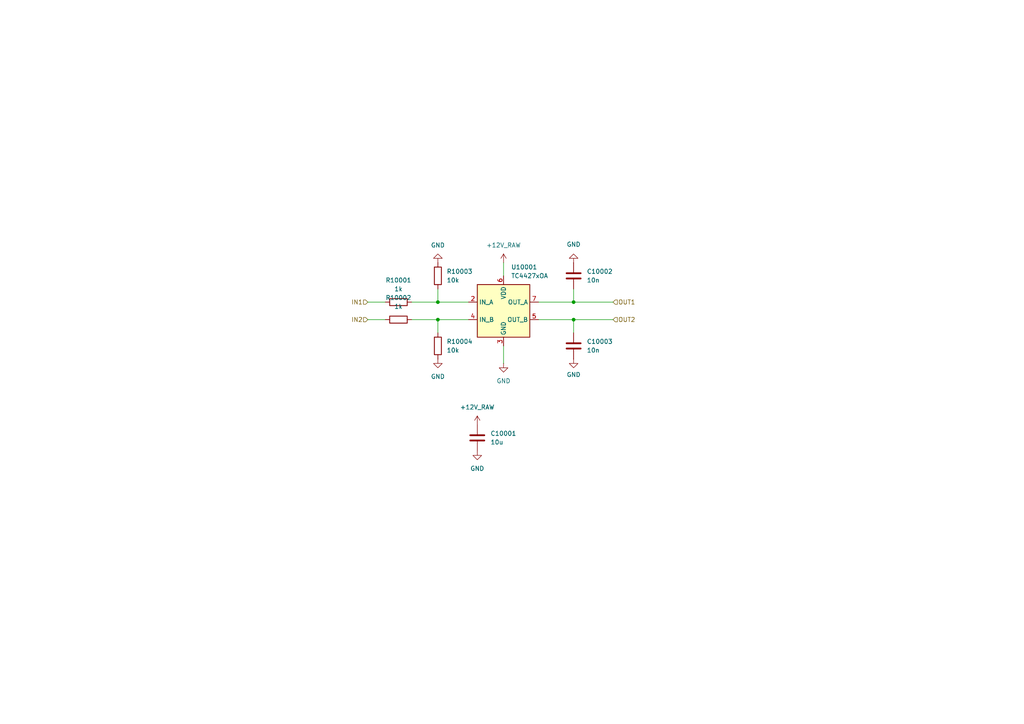
<source format=kicad_sch>
(kicad_sch (version 20231120) (generator "eeschema") (generator_version "8.0")
  (paper "A4")
  (lib_symbols
    (symbol "Device:C" (pin_numbers hide) (pin_names (offset 0.254))
      (property "Reference" "C" (at 0.635 2.54 0))
      (property "Value" "C" (at 0.635 -2.54 0))
      (symbol "C_0_1"
        (polyline (pts (xy -2.032 -0.762) (xy 2.032 -0.762)) (stroke (width 0.508)))
        (polyline (pts (xy -2.032 0.762) (xy 2.032 0.762)) (stroke (width 0.508)))
      )
      (symbol "C_1_1"
        (pin passive line (at 0 3.81 270) (length 2.794) (name "~") (number "1"))
        (pin passive line (at 0 -3.81 90) (length 2.794) (name "~") (number "2"))
      )
    )
    (symbol "Device:R" (pin_numbers hide) (pin_names (offset 0))
      (property "Reference" "R" (at 2.032 0 90))
      (property "Value" "R" (at 0 0 90))
      (symbol "R_0_1"
        (rectangle (start -1.016 -2.54) (end 1.016 2.54) (stroke (width 0.254)))
      )
      (symbol "R_1_1"
        (pin passive line (at 0 3.81 270) (length 1.27) (name "~") (number "1"))
        (pin passive line (at 0 -3.81 90) (length 1.27) (name "~") (number "2"))
      )
    )
    (symbol "Driver_FET:TC4427xOA"
      (property "Reference" "U" (at -7.62 8.89 0))
      (property "Value" "TC4427xOA" (at 1.27 8.89 0))
      (symbol "TC4427xOA_0_1"
        (rectangle (start -7.62 -7.62) (end 7.62 7.62) (stroke (width 0.254)) (fill (type background)))
      )
      (symbol "TC4427xOA_1_1"
        (pin no_connect line (at -7.62 0 0) (length 2.54) hide (name "NC") (number "1"))
        (pin input line (at -10.16 2.54 0) (length 2.54) (name "IN_A") (number "2"))
        (pin power_in line (at 0 -10.16 90) (length 2.54) (name "GND") (number "3"))
        (pin input line (at -10.16 -2.54 0) (length 2.54) (name "IN_B") (number "4"))
        (pin output line (at 10.16 -2.54 180) (length 2.54) (name "OUT_B") (number "5"))
        (pin power_in line (at 0 10.16 270) (length 2.54) (name "VDD") (number "6"))
        (pin output line (at 10.16 2.54 180) (length 2.54) (name "OUT_A") (number "7"))
        (pin no_connect line (at 7.62 0 180) (length 2.54) hide (name "NC") (number "8"))
      )
    )
    (symbol "hellen-one-common:+12V_RAW" (power) (pin_names (offset 0))
      (property "Value" "+12V_RAW" (at 0 3.556 0))
      (symbol "+12V_RAW_0_1"
        (polyline (pts (xy -0.762 1.27) (xy 0 2.54)))
        (polyline (pts (xy 0 0) (xy 0 2.54)))
        (polyline (pts (xy 0 2.54) (xy 0.762 1.27)))
      )
      (symbol "+12V_RAW_1_1"
        (pin power_in line (at 0 0 90) (length 0) hide (name "+12V_RAW") (number "1"))
      )
    )
    (symbol "power:GND" (power) (pin_numbers hide) (pin_names (offset 0) hide)
      (property "Value" "GND" (at 0 -3.81 0))
      (symbol "GND_0_1"
        (polyline (pts (xy 0 0) (xy 0 -1.27) (xy 1.27 -1.27) (xy 0 -2.54) (xy -1.27 -1.27) (xy 0 -1.27)))
      )
      (symbol "GND_1_1"
        (pin power_in line (at 0 0 270) (length 0) (name "~") (number "1"))
      )
    )
  )
  (junction (at 127 87.63))
  (junction (at 127 92.71))
  (junction (at 166.37 92.71))
  (junction (at 166.37 87.63))
  (wire (pts (xy 166.37 87.63) (xy 177.8 87.63)))
  (wire (pts (xy 146.05 76.2) (xy 146.05 80.01)))
  (wire (pts (xy 106.68 92.71) (xy 111.76 92.71)))
  (wire (pts (xy 146.05 105.41) (xy 146.05 100.33)))
  (wire (pts (xy 127 92.71) (xy 135.89 92.71)))
  (wire (pts (xy 127 92.71) (xy 127 96.52)))
  (wire (pts (xy 127 83.82) (xy 127 87.63)))
  (wire (pts (xy 156.21 92.71) (xy 166.37 92.71)))
  (wire (pts (xy 166.37 92.71) (xy 177.8 92.71)))
  (wire (pts (xy 156.21 87.63) (xy 166.37 87.63)))
  (wire (pts (xy 106.68 87.63) (xy 111.76 87.63)))
  (wire (pts (xy 119.38 92.71) (xy 127 92.71)))
  (wire (pts (xy 166.37 83.82) (xy 166.37 87.63)))
  (wire (pts (xy 127 87.63) (xy 135.89 87.63)))
  (wire (pts (xy 119.38 87.63) (xy 127 87.63)))
  (wire (pts (xy 166.37 92.71) (xy 166.37 96.52)))
  (hierarchical_label "IN1" (shape input) (at 106.68 87.63 180))
  (hierarchical_label "OUT1" (shape input) (at 177.8 87.63 0))
  (hierarchical_label "IN2" (shape input) (at 106.68 92.71 180))
  (hierarchical_label "OUT2" (shape input) (at 177.8 92.71 0))
  (symbol (lib_id "power:GND") (at 127 76.2 180) (unit 1)
    (property "Reference" "#PWR010001" (effects (hide yes)))
    (property "Value" "GND" (at 127 71.12 0))
    (property "Description" "Power symbol creates a global label with name \"GND\" , ground" (effects (hide yes)))
    (instances (project "hellenbms46" (path "" (reference "#PWR010001") (unit 1)) (path "" (reference "#PWR09001") (unit 1))))
  )
  (symbol (lib_id "power:GND") (at 127 104.14 0) (unit 1)
    (property "Reference" "#PWR010002" (effects (hide yes)))
    (property "Value" "GND" (at 127 109.22 0))
    (property "Description" "Power symbol creates a global label with name \"GND\" , ground" (effects (hide yes)))
    (instances (project "hellenbms46" (path "" (reference "#PWR010002") (unit 1)) (path "" (reference "#PWR09002") (unit 1))))
  )
  (symbol (lib_id "Device:C") (at 166.37 100.33 0) (unit 1)
    (property "Reference" "C10003" (at 170.18 99.0599 0) (effects (justify left)))
    (property "Value" "10n" (at 170.18 101.5999 0) (effects (justify left)))
    (property "Footprint" "hellen-one-common:C0805" (effects (hide yes)))
    (property "Description" "Unpolarized capacitor" (effects (hide yes)))
    (instances (project "hellenbms46" (path "" (reference "C10003") (unit 1)) (path "" (reference "C9003") (unit 1))))
  )
  (symbol (lib_id "Device:R") (at 127 80.01 0) (unit 1)
    (property "Reference" "R10003" (at 129.54 78.7399 0) (effects (justify left)))
    (property "Value" "10k" (at 129.54 81.2799 0) (effects (justify left)))
    (property "Footprint" "hellen-one-common:R0603" (effects (hide yes)))
    (property "Description" "Resistor" (effects (hide yes)))
    (instances (project "hellenbms46" (path "" (reference "R10003") (unit 1)) (path "" (reference "R9003") (unit 1))))
  )
  (symbol (lib_id "power:GND") (at 138.43 130.81 0) (unit 1)
    (property "Reference" "#PWR010004" (effects (hide yes)))
    (property "Value" "GND" (at 138.43 135.89 0))
    (property "Description" "Power symbol creates a global label with name \"GND\" , ground" (effects (hide yes)))
    (instances (project "hellenbms46" (path "" (reference "#PWR010004") (unit 1)) (path "" (reference "#PWR09004") (unit 1))))
  )
  (symbol (lib_id "power:GND") (at 166.37 104.14 0) (unit 1)
    (property "Reference" "#PWR010008" (effects (hide yes)))
    (property "Value" "GND" (at 166.37 108.6677 0))
    (property "Description" "Power symbol creates a global label with name \"GND\" , ground" (effects (hide yes)))
    (instances (project "hellenbms46" (path "" (reference "#PWR010008") (unit 1)) (path "" (reference "#PWR09008") (unit 1))))
  )
  (symbol (lib_id "Device:R") (at 115.57 92.71 90) (unit 1)
    (property "Reference" "R10002" (at 115.57 86.36 90))
    (property "Value" "1k" (at 115.57 88.9 90))
    (property "Footprint" "hellen-one-common:R0603" (effects (hide yes)))
    (property "Description" "Resistor" (effects (hide yes)))
    (instances (project "hellenbms46" (path "" (reference "R10002") (unit 1)) (path "" (reference "R9002") (unit 1))))
  )
  (symbol (lib_id "Device:C") (at 166.37 80.01 0) (unit 1)
    (property "Reference" "C10002" (at 170.18 78.7399 0) (effects (justify left)))
    (property "Value" "10n" (at 170.18 81.2799 0) (effects (justify left)))
    (property "Footprint" "hellen-one-common:C0805" (effects (hide yes)))
    (property "Description" "Unpolarized capacitor" (effects (hide yes)))
    (instances (project "hellenbms46" (path "" (reference "C10002") (unit 1)) (path "" (reference "C9002") (unit 1))))
  )
  (symbol (lib_id "Device:C") (at 138.43 127 0) (unit 1)
    (property "Reference" "C10001" (at 142.24 125.7299 0) (effects (justify left)))
    (property "Value" "10u" (at 142.24 128.2699 0) (effects (justify left)))
    (property "Footprint" "hellen-one-common:C0805" (effects (hide yes)))
    (property "Description" "Unpolarized capacitor" (effects (hide yes)))
    (instances (project "hellenbms46" (path "" (reference "C10001") (unit 1)) (path "" (reference "C9001") (unit 1))))
  )
  (symbol (lib_id "power:GND") (at 166.37 76.2 180) (unit 1)
    (property "Reference" "#PWR010007" (effects (hide yes)))
    (property "Value" "GND" (at 166.37 70.8933 0))
    (property "Description" "Power symbol creates a global label with name \"GND\" , ground" (effects (hide yes)))
    (instances (project "hellenbms46" (path "" (reference "#PWR010007") (unit 1)) (path "" (reference "#PWR09007") (unit 1))))
  )
  (symbol (lib_id "Device:R") (at 115.57 87.63 90) (unit 1)
    (property "Reference" "R10001" (at 115.57 81.28 90))
    (property "Value" "1k" (at 115.57 83.82 90))
    (property "Footprint" "hellen-one-common:R0603" (effects (hide yes)))
    (property "Description" "Resistor" (effects (hide yes)))
    (instances (project "hellenbms46" (path "" (reference "R10001") (unit 1)) (path "" (reference "R9001") (unit 1))))
  )
  (symbol (lib_id "power:GND") (at 146.05 105.41 0) (unit 1)
    (property "Reference" "#PWR010006" (effects (hide yes)))
    (property "Value" "GND" (at 146.05 110.49 0))
    (property "Description" "Power symbol creates a global label with name \"GND\" , ground" (effects (hide yes)))
    (instances (project "hellenbms46" (path "" (reference "#PWR010006") (unit 1)) (path "" (reference "#PWR09006") (unit 1))))
  )
  (symbol (lib_id "hellen-one-common:+12V_RAW") (at 146.05 76.2 0) (unit 1)
    (property "Reference" "#PWR010005" (effects (hide yes)))
    (property "Value" "+12V_RAW" (at 146.05 71.12 0))
    (property "Description" "Power symbol creates a global label with name \"+12V_RAW\"" (effects (hide yes)))
    (instances (project "hellenbms46" (path "" (reference "#PWR010005") (unit 1)) (path "" (reference "#PWR09005") (unit 1))))
  )
  (symbol (lib_id "hellen-one-common:+12V_RAW") (at 138.43 123.19 0) (unit 1)
    (property "Reference" "#PWR010003" (effects (hide yes)))
    (property "Value" "+12V_RAW" (at 138.43 118.11 0))
    (property "Description" "Power symbol creates a global label with name \"+12V_RAW\"" (effects (hide yes)))
    (instances (project "hellenbms46" (path "" (reference "#PWR010003") (unit 1)) (path "" (reference "#PWR09003") (unit 1))))
  )
  (symbol (lib_id "Device:R") (at 127 100.33 0) (unit 1)
    (property "Reference" "R10004" (at 129.54 99.0599 0) (effects (justify left)))
    (property "Value" "10k" (at 129.54 101.5999 0) (effects (justify left)))
    (property "Footprint" "hellen-one-common:R0603" (effects (hide yes)))
    (property "Description" "Resistor" (effects (hide yes)))
    (instances (project "hellenbms46" (path "" (reference "R10004") (unit 1)) (path "" (reference "R9004") (unit 1))))
  )
  (symbol (lib_id "Driver_FET:TC4427xOA") (at 146.05 90.17 0) (unit 1)
    (property "Reference" "U10001" (at 148.2441 77.47 0) (effects (justify left)))
    (property "Value" "TC4427xOA" (at 148.2441 80.01 0) (effects (justify left)))
    (property "Footprint" "Package_SO:SOIC-8_3.9x4.9mm_P1.27mm" (effects (hide yes)))
    (property "Datasheet" "https://ww1.microchip.com/downloads/en/DeviceDoc/20001422G.pdf" (effects (hide yes)))
    (property "Description" "1.5A Dual High-Speed Power MOSFET Drivers, 4.5...18V supply, TTL/CMOS compatible inputs, non-inverting drivers, SOIC-8" (effects (hide yes)))
    (instances (project "hellenbms46" (path "" (reference "U10001") (unit 1)) (path "" (reference "U9001") (unit 1))))
  )
)
</source>
